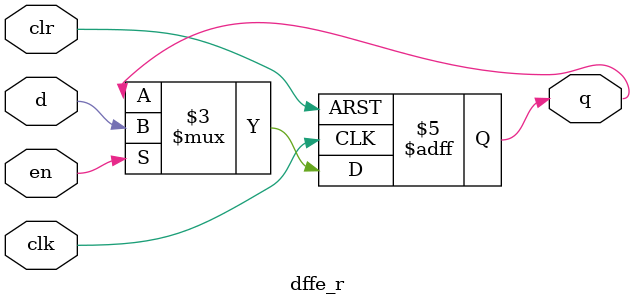
<source format=v>
module dffe_r(q, d, clk, en, clr);
   
   //Inputs
   input d, clk, en, clr;
   
   //Internal wire
   wire clr;

   //Output
   output q;
   
   //Register
   reg q;

   //Intialize q to 0
   initial
   begin
       q = 1'b0;
   end

   //Set value of q on positive edge of the clock or clear
   always @(posedge clk or posedge clr) begin
       //If clear is high, set q to 0
       if (clr) begin
           q <= 1'b0;
       //If enable is high, set q to the value of d
       end else if (en) begin
           q <= d;
       end
   end
endmodule
</source>
